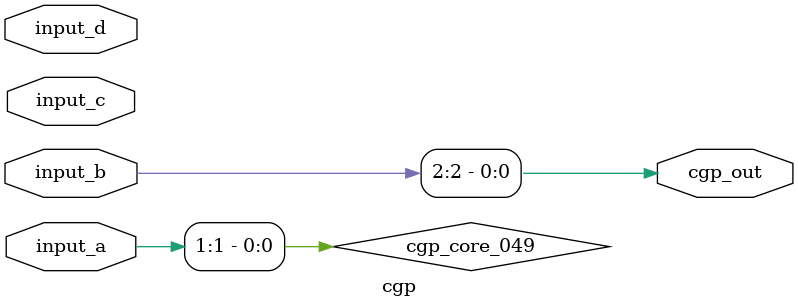
<source format=v>
module cgp(input [2:0] input_a, input [2:0] input_b, input [2:0] input_c, input [2:0] input_d, output [0:0] cgp_out);
  wire cgp_core_016;
  wire cgp_core_017;
  wire cgp_core_019;
  wire cgp_core_023;
  wire cgp_core_024;
  wire cgp_core_026;
  wire cgp_core_027;
  wire cgp_core_030;
  wire cgp_core_033;
  wire cgp_core_034;
  wire cgp_core_035;
  wire cgp_core_038;
  wire cgp_core_041;
  wire cgp_core_044;
  wire cgp_core_046;
  wire cgp_core_047;
  wire cgp_core_048;
  wire cgp_core_049;
  wire cgp_core_050;
  wire cgp_core_052;
  wire cgp_core_055;
  wire cgp_core_056;
  wire cgp_core_058;
  wire cgp_core_059;

  assign cgp_core_016 = ~(input_d[1] & input_d[2]);
  assign cgp_core_017 = input_d[1] ^ input_b[1];
  assign cgp_core_019 = input_a[0] | input_d[1];
  assign cgp_core_023 = ~input_c[2];
  assign cgp_core_024 = ~(input_c[1] & input_a[2]);
  assign cgp_core_026 = ~(input_b[0] | input_d[0]);
  assign cgp_core_027 = ~(input_b[2] | input_c[2]);
  assign cgp_core_030 = ~(input_d[0] | input_d[2]);
  assign cgp_core_033 = ~(input_d[1] ^ input_c[0]);
  assign cgp_core_034 = ~input_c[1];
  assign cgp_core_035 = input_b[2] | input_b[0];
  assign cgp_core_038 = input_d[2] | input_b[1];
  assign cgp_core_041 = ~(input_c[0] & input_d[1]);
  assign cgp_core_044 = ~(input_a[1] | input_b[1]);
  assign cgp_core_046 = input_b[0] & input_d[2];
  assign cgp_core_047 = input_b[1] & input_c[2];
  assign cgp_core_048 = ~input_c[2];
  assign cgp_core_049 = input_a[1] | input_a[1];
  assign cgp_core_050 = input_b[1] & input_d[2];
  assign cgp_core_052 = ~(input_d[1] & input_a[2]);
  assign cgp_core_055 = ~input_a[0];
  assign cgp_core_056 = ~(input_a[2] | input_c[1]);
  assign cgp_core_058 = input_d[2] & input_b[2];
  assign cgp_core_059 = ~(input_a[1] | input_d[2]);

  assign cgp_out[0] = input_b[2];
endmodule
</source>
